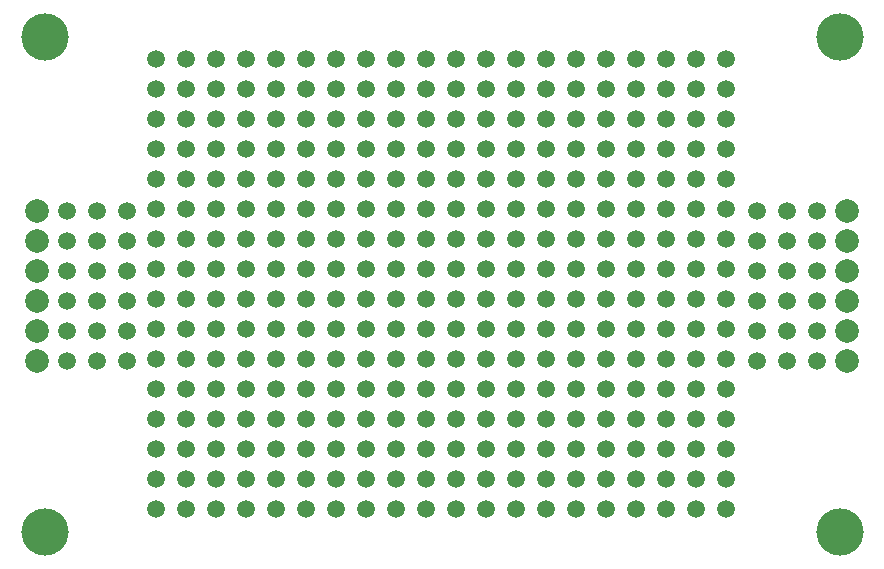
<source format=gbl>
G04*
G04 #@! TF.GenerationSoftware,Altium Limited,Altium Designer,20.0.13 (296)*
G04*
G04 Layer_Physical_Order=2*
G04 Layer_Color=16711680*
%FSLAX43Y43*%
%MOMM*%
G71*
G01*
G75*
%ADD15C,2.000*%
%ADD16C,2.000*%
%ADD17C,1.500*%
%ADD18C,4.000*%
D15*
X27940Y43053D02*
D03*
Y45593D02*
D03*
Y48133D02*
D03*
X96520Y43053D02*
D03*
Y45593D02*
D03*
Y48133D02*
D03*
Y50673D02*
D03*
Y53213D02*
D03*
Y55753D02*
D03*
D16*
X27940Y50673D02*
D03*
Y53213D02*
D03*
Y55753D02*
D03*
D17*
X86233Y33020D02*
D03*
Y30480D02*
D03*
X83693Y33020D02*
D03*
Y30480D02*
D03*
X81153Y33020D02*
D03*
Y30480D02*
D03*
X78613Y33020D02*
D03*
Y30480D02*
D03*
X76073Y33020D02*
D03*
Y30480D02*
D03*
X73533Y33020D02*
D03*
Y30480D02*
D03*
X70993Y33020D02*
D03*
Y30480D02*
D03*
X68453Y33020D02*
D03*
Y30480D02*
D03*
X65913Y33020D02*
D03*
Y30480D02*
D03*
X63373Y33020D02*
D03*
Y30480D02*
D03*
X60833Y33020D02*
D03*
Y30480D02*
D03*
X58293Y33020D02*
D03*
Y30480D02*
D03*
X55753Y33020D02*
D03*
Y30480D02*
D03*
X53213Y33020D02*
D03*
Y30480D02*
D03*
X50673Y33020D02*
D03*
Y30480D02*
D03*
X48133Y33020D02*
D03*
Y30480D02*
D03*
X45593Y33020D02*
D03*
Y30480D02*
D03*
X43053Y33020D02*
D03*
Y30480D02*
D03*
X40513Y33020D02*
D03*
Y30480D02*
D03*
X37973Y33020D02*
D03*
Y30480D02*
D03*
X35560Y43053D02*
D03*
Y45593D02*
D03*
Y48133D02*
D03*
Y50673D02*
D03*
Y53213D02*
D03*
Y55753D02*
D03*
X88900Y43053D02*
D03*
Y45593D02*
D03*
Y48133D02*
D03*
Y50673D02*
D03*
Y53213D02*
D03*
Y55753D02*
D03*
X37973Y43180D02*
D03*
Y45720D02*
D03*
X40513Y43180D02*
D03*
Y45720D02*
D03*
X43053Y43180D02*
D03*
Y45720D02*
D03*
X45593Y43180D02*
D03*
Y45720D02*
D03*
X48133Y43180D02*
D03*
Y45720D02*
D03*
X50673Y43180D02*
D03*
Y45720D02*
D03*
X53213Y43180D02*
D03*
Y45720D02*
D03*
X55753Y43180D02*
D03*
Y45720D02*
D03*
X58293Y43180D02*
D03*
Y45720D02*
D03*
X60833Y43180D02*
D03*
Y45720D02*
D03*
X63373Y43180D02*
D03*
Y45720D02*
D03*
X65913Y43180D02*
D03*
Y45720D02*
D03*
X68453Y43180D02*
D03*
Y45720D02*
D03*
X70993Y43180D02*
D03*
Y45720D02*
D03*
X73533Y43180D02*
D03*
Y45720D02*
D03*
X76073Y43180D02*
D03*
Y45720D02*
D03*
X78613Y43180D02*
D03*
Y45720D02*
D03*
X81153Y43180D02*
D03*
Y45720D02*
D03*
X83693Y43180D02*
D03*
Y45720D02*
D03*
X86233Y43180D02*
D03*
Y45720D02*
D03*
X37973Y48260D02*
D03*
Y50800D02*
D03*
X40513Y48260D02*
D03*
Y50800D02*
D03*
X43053Y48260D02*
D03*
Y50800D02*
D03*
X45593Y48260D02*
D03*
Y50800D02*
D03*
X48133Y48260D02*
D03*
Y50800D02*
D03*
X50673Y48260D02*
D03*
Y50800D02*
D03*
X53213Y48260D02*
D03*
Y50800D02*
D03*
X55753Y48260D02*
D03*
Y50800D02*
D03*
X58293Y48260D02*
D03*
Y50800D02*
D03*
X60833Y48260D02*
D03*
Y50800D02*
D03*
X63373Y48260D02*
D03*
Y50800D02*
D03*
X65913Y48260D02*
D03*
Y50800D02*
D03*
X68453Y48260D02*
D03*
Y50800D02*
D03*
X70993Y48260D02*
D03*
Y50800D02*
D03*
X73533Y48260D02*
D03*
Y50800D02*
D03*
X76073Y48260D02*
D03*
Y50800D02*
D03*
X78613Y48260D02*
D03*
Y50800D02*
D03*
X81153Y48260D02*
D03*
Y50800D02*
D03*
X83693Y48260D02*
D03*
Y50800D02*
D03*
X86233Y48260D02*
D03*
Y50800D02*
D03*
Y63500D02*
D03*
X83693D02*
D03*
X81153D02*
D03*
X78613D02*
D03*
X76073D02*
D03*
X73533D02*
D03*
X70993D02*
D03*
X68453D02*
D03*
X65913D02*
D03*
X63373D02*
D03*
X60833D02*
D03*
X58293D02*
D03*
X55753D02*
D03*
X53213D02*
D03*
X50673D02*
D03*
X48133D02*
D03*
X45593D02*
D03*
X43053D02*
D03*
X40513D02*
D03*
X37973D02*
D03*
X86233Y40640D02*
D03*
X83693D02*
D03*
X81153D02*
D03*
X78613D02*
D03*
X76073D02*
D03*
X73533D02*
D03*
X70993D02*
D03*
X68453D02*
D03*
X65913D02*
D03*
X63373D02*
D03*
X60833D02*
D03*
X58293D02*
D03*
X55753D02*
D03*
X53213D02*
D03*
X50673D02*
D03*
X48133D02*
D03*
X45593D02*
D03*
X43053D02*
D03*
X40513D02*
D03*
X37973D02*
D03*
X86233Y60960D02*
D03*
X83693D02*
D03*
X81153D02*
D03*
X78613D02*
D03*
X76073D02*
D03*
X73533D02*
D03*
X70993D02*
D03*
X68453D02*
D03*
X65913D02*
D03*
X63373D02*
D03*
X60833D02*
D03*
X58293D02*
D03*
X55753D02*
D03*
X53213D02*
D03*
X50673D02*
D03*
X48133D02*
D03*
X45593D02*
D03*
X43053D02*
D03*
X40513D02*
D03*
X37973D02*
D03*
X86233Y35560D02*
D03*
X83693D02*
D03*
X81153D02*
D03*
X78613D02*
D03*
X76073D02*
D03*
X73533D02*
D03*
X70993D02*
D03*
X68453D02*
D03*
X65913D02*
D03*
X63373D02*
D03*
X60833D02*
D03*
X58293D02*
D03*
X55753D02*
D03*
X53213D02*
D03*
X50673D02*
D03*
X48133D02*
D03*
X45593D02*
D03*
X43053D02*
D03*
X40513D02*
D03*
X37973D02*
D03*
X86233Y58420D02*
D03*
X83693D02*
D03*
X81153D02*
D03*
X78613D02*
D03*
X76073D02*
D03*
X73533D02*
D03*
X70993D02*
D03*
X68453D02*
D03*
X65913D02*
D03*
X63373D02*
D03*
X60833D02*
D03*
X58293D02*
D03*
X55753D02*
D03*
X53213D02*
D03*
X50673D02*
D03*
X48133D02*
D03*
X45593D02*
D03*
X43053D02*
D03*
X40513D02*
D03*
X37973D02*
D03*
X86233Y38100D02*
D03*
X83693D02*
D03*
X81153D02*
D03*
X78613D02*
D03*
X76073D02*
D03*
X73533D02*
D03*
X70993D02*
D03*
X68453D02*
D03*
X65913D02*
D03*
X63373D02*
D03*
X60833D02*
D03*
X58293D02*
D03*
X55753D02*
D03*
X53213D02*
D03*
X50673D02*
D03*
X48133D02*
D03*
X45593D02*
D03*
X43053D02*
D03*
X40513D02*
D03*
X37973D02*
D03*
Y53340D02*
D03*
Y55880D02*
D03*
X40513Y53340D02*
D03*
Y55880D02*
D03*
X43053Y53340D02*
D03*
Y55880D02*
D03*
X45593Y53340D02*
D03*
Y55880D02*
D03*
X48133Y53340D02*
D03*
Y55880D02*
D03*
X50673Y53340D02*
D03*
Y55880D02*
D03*
X53213Y53340D02*
D03*
Y55880D02*
D03*
X55753Y53340D02*
D03*
Y55880D02*
D03*
X58293Y53340D02*
D03*
Y55880D02*
D03*
X60833Y53340D02*
D03*
Y55880D02*
D03*
X63373Y53340D02*
D03*
Y55880D02*
D03*
X65913Y53340D02*
D03*
Y55880D02*
D03*
X68453Y53340D02*
D03*
Y55880D02*
D03*
X70993Y53340D02*
D03*
Y55880D02*
D03*
X73533Y53340D02*
D03*
Y55880D02*
D03*
X76073Y53340D02*
D03*
Y55880D02*
D03*
X78613Y53340D02*
D03*
Y55880D02*
D03*
X81153Y53340D02*
D03*
Y55880D02*
D03*
X83693Y53340D02*
D03*
Y55880D02*
D03*
X86233Y53340D02*
D03*
Y55880D02*
D03*
X37973Y66040D02*
D03*
Y68580D02*
D03*
X40513Y66040D02*
D03*
Y68580D02*
D03*
X43053Y66040D02*
D03*
Y68580D02*
D03*
X45593Y66040D02*
D03*
Y68580D02*
D03*
X48133Y66040D02*
D03*
Y68580D02*
D03*
X50673Y66040D02*
D03*
Y68580D02*
D03*
X53213Y66040D02*
D03*
Y68580D02*
D03*
X55753Y66040D02*
D03*
Y68580D02*
D03*
X58293Y66040D02*
D03*
Y68580D02*
D03*
X60833Y66040D02*
D03*
Y68580D02*
D03*
X63373Y66040D02*
D03*
Y68580D02*
D03*
X65913Y66040D02*
D03*
Y68580D02*
D03*
X68453Y66040D02*
D03*
Y68580D02*
D03*
X70993Y66040D02*
D03*
Y68580D02*
D03*
X73533Y66040D02*
D03*
Y68580D02*
D03*
X76073Y66040D02*
D03*
Y68580D02*
D03*
X78613Y66040D02*
D03*
Y68580D02*
D03*
X81153Y66040D02*
D03*
Y68580D02*
D03*
X83693Y66040D02*
D03*
Y68580D02*
D03*
X86233Y66040D02*
D03*
Y68580D02*
D03*
X30480Y55753D02*
D03*
X33020D02*
D03*
X30480Y53213D02*
D03*
X33020D02*
D03*
X30480Y50673D02*
D03*
X33020D02*
D03*
X30480Y48133D02*
D03*
X33020D02*
D03*
X30480Y45593D02*
D03*
X33020D02*
D03*
X30480Y43053D02*
D03*
X33020D02*
D03*
X91440Y55753D02*
D03*
X93980D02*
D03*
X91440Y53213D02*
D03*
X93980D02*
D03*
X91440Y50673D02*
D03*
X93980D02*
D03*
X91440Y48133D02*
D03*
X93980D02*
D03*
X91440Y45593D02*
D03*
X93980D02*
D03*
X91440Y43053D02*
D03*
X93980D02*
D03*
D18*
X28560Y28574D02*
D03*
X28574Y70500D02*
D03*
X95884Y28590D02*
D03*
X95885Y70485D02*
D03*
M02*

</source>
